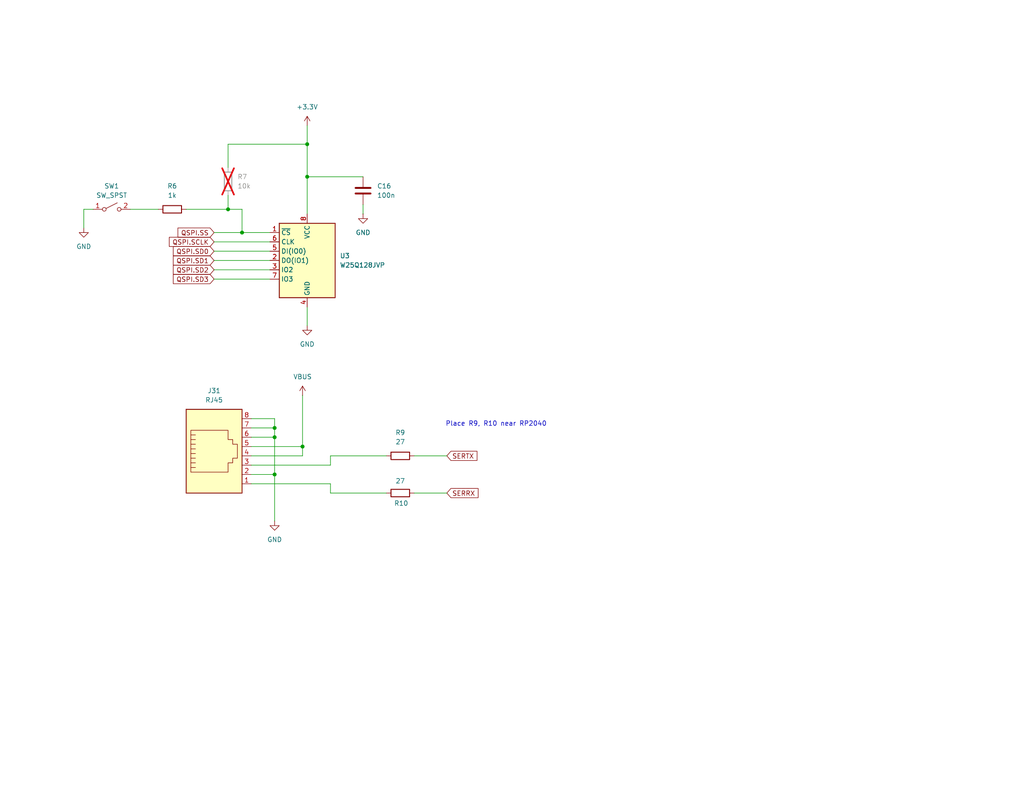
<source format=kicad_sch>
(kicad_sch (version 20231120) (generator "eeschema") (generator_version "8.0")
  (paper "A")
  (title_block (title "Jolt 2 - Left"))
  (lib_symbols
    (symbol "Connector:RJ45" (pin_names (offset 1.016))
      (property "Reference" "J" (at -5.08 13.97 0))
      (property "Value" "RJ45" (at 2.54 13.97 0))
      (symbol "RJ45_0_1"
        (polyline (pts (xy -5.08 4.445) (xy -6.35 4.445)))
        (polyline (pts (xy -5.08 5.715) (xy -6.35 5.715)))
        (polyline (pts (xy -6.35 -3.175) (xy -5.08 -3.175) (xy -5.08 -3.175)))
        (polyline (pts (xy -6.35 -1.905) (xy -5.08 -1.905) (xy -5.08 -1.905)))
        (polyline (pts (xy -6.35 -0.635) (xy -5.08 -0.635) (xy -5.08 -0.635)))
        (polyline (pts (xy -6.35 0.635) (xy -5.08 0.635) (xy -5.08 0.635)))
        (polyline (pts (xy -6.35 1.905) (xy -5.08 1.905) (xy -5.08 1.905)))
        (polyline (pts (xy -5.08 3.175) (xy -6.35 3.175) (xy -6.35 3.175)))
        (polyline (pts (xy -6.35 -4.445) (xy -6.35 6.985) (xy 3.81 6.985) (xy 3.81 4.445) (xy 5.08 4.445) (xy 5.08 3.175) (xy 6.35 3.175) (xy 6.35 -0.635) (xy 5.08 -0.635) (xy 5.08 -1.905) (xy 3.81 -1.905) (xy 3.81 -4.445) (xy -6.35 -4.445) (xy -6.35 -4.445)))
        (rectangle (start 7.62 12.7) (end -7.62 -10.16) (stroke (width 0.254)) (fill (type background)))
      )
      (symbol "RJ45_1_1"
        (pin passive line (at 10.16 -7.62 180) (length 2.54) (name "~") (number "1"))
        (pin passive line (at 10.16 -5.08 180) (length 2.54) (name "~") (number "2"))
        (pin passive line (at 10.16 -2.54 180) (length 2.54) (name "~") (number "3"))
        (pin passive line (at 10.16 0 180) (length 2.54) (name "~") (number "4"))
        (pin passive line (at 10.16 2.54 180) (length 2.54) (name "~") (number "5"))
        (pin passive line (at 10.16 5.08 180) (length 2.54) (name "~") (number "6"))
        (pin passive line (at 10.16 7.62 180) (length 2.54) (name "~") (number "7"))
        (pin passive line (at 10.16 10.16 180) (length 2.54) (name "~") (number "8"))
      )
    )
    (symbol "Device:C" (pin_numbers hide) (pin_names (offset 0.254))
      (property "Reference" "C" (at 0.635 2.54 0))
      (property "Value" "C" (at 0.635 -2.54 0))
      (symbol "C_0_1"
        (polyline (pts (xy -2.032 -0.762) (xy 2.032 -0.762)) (stroke (width 0.508)))
        (polyline (pts (xy -2.032 0.762) (xy 2.032 0.762)) (stroke (width 0.508)))
      )
      (symbol "C_1_1"
        (pin passive line (at 0 3.81 270) (length 2.794) (name "~") (number "1"))
        (pin passive line (at 0 -3.81 90) (length 2.794) (name "~") (number "2"))
      )
    )
    (symbol "Device:R" (pin_numbers hide) (pin_names (offset 0))
      (property "Reference" "R" (at 2.032 0 90))
      (property "Value" "R" (at 0 0 90))
      (symbol "R_0_1"
        (rectangle (start -1.016 -2.54) (end 1.016 2.54) (stroke (width 0.254)))
      )
      (symbol "R_1_1"
        (pin passive line (at 0 3.81 270) (length 1.27) (name "~") (number "1"))
        (pin passive line (at 0 -3.81 90) (length 1.27) (name "~") (number "2"))
      )
    )
    (symbol "Memory_Flash:W25Q128JVP"
      (property "Reference" "U" (at -6.35 11.43 0))
      (property "Value" "W25Q128JVP" (at 7.62 11.43 0))
      (symbol "W25Q128JVP_0_1"
        (rectangle (start -7.62 10.16) (end 7.62 -10.16) (stroke (width 0.254)) (fill (type background)))
      )
      (symbol "W25Q128JVP_1_1"
        (pin input line (at -10.16 7.62 0) (length 2.54) (name "~{CS}") (number "1"))
        (pin bidirectional line (at -10.16 0 0) (length 2.54) (name "DO(IO1)") (number "2"))
        (pin bidirectional line (at -10.16 -2.54 0) (length 2.54) (name "IO2") (number "3"))
        (pin power_in line (at 0 -12.7 90) (length 2.54) (name "GND") (number "4"))
        (pin bidirectional line (at -10.16 2.54 0) (length 2.54) (name "DI(IO0)") (number "5"))
        (pin input line (at -10.16 5.08 0) (length 2.54) (name "CLK") (number "6"))
        (pin bidirectional line (at -10.16 -5.08 0) (length 2.54) (name "IO3") (number "7"))
        (pin power_in line (at 0 12.7 270) (length 2.54) (name "VCC") (number "8"))
      )
    )
    (symbol "Switch:SW_SPST" (pin_names (offset 0) hide)
      (property "Reference" "SW" (at 0 3.175 0))
      (property "Value" "SW_SPST" (at 0 -2.54 0))
      (symbol "SW_SPST_0_0"
        (circle (center -2.032 0) (radius 0.508))
        (polyline (pts (xy -1.524 0.254) (xy 1.524 1.778)))
        (circle (center 2.032 0) (radius 0.508))
      )
      (symbol "SW_SPST_1_1"
        (pin passive line (at -5.08 0 0) (length 2.54) (name "A") (number "1"))
        (pin passive line (at 5.08 0 180) (length 2.54) (name "B") (number "2"))
      )
    )
    (symbol "power:+3.3V" (power) (pin_numbers hide) (pin_names (offset 0) hide)
      (property "Value" "+3.3V" (at 0 3.556 0))
      (symbol "+3.3V_0_1"
        (polyline (pts (xy -0.762 1.27) (xy 0 2.54)))
        (polyline (pts (xy 0 0) (xy 0 2.54)))
        (polyline (pts (xy 0 2.54) (xy 0.762 1.27)))
      )
      (symbol "+3.3V_1_1"
        (pin power_in line (at 0 0 90) (length 0) (name "~") (number "1"))
      )
    )
    (symbol "power:GND" (power) (pin_numbers hide) (pin_names (offset 0) hide)
      (property "Value" "GND" (at 0 -3.81 0))
      (symbol "GND_0_1"
        (polyline (pts (xy 0 0) (xy 0 -1.27) (xy 1.27 -1.27) (xy 0 -2.54) (xy -1.27 -1.27) (xy 0 -1.27)))
      )
      (symbol "GND_1_1"
        (pin power_in line (at 0 0 270) (length 0) (name "~") (number "1"))
      )
    )
    (symbol "power:VBUS" (power) (pin_numbers hide) (pin_names (offset 0) hide)
      (property "Value" "VBUS" (at 0 3.556 0))
      (symbol "VBUS_0_1"
        (polyline (pts (xy -0.762 1.27) (xy 0 2.54)))
        (polyline (pts (xy 0 0) (xy 0 2.54)))
        (polyline (pts (xy 0 2.54) (xy 0.762 1.27)))
      )
      (symbol "VBUS_1_1"
        (pin power_in line (at 0 0 90) (length 0) (name "~") (number "1"))
      )
    )
  )
  (junction (at 66.04 63.5))
  (junction (at 74.93 129.54))
  (junction (at 82.55 121.92))
  (junction (at 74.93 119.38))
  (junction (at 62.23 57.15))
  (junction (at 74.93 116.84))
  (junction (at 83.82 39.37))
  (junction (at 83.82 48.26))
  (wire (pts (xy 58.42 68.58) (xy 73.66 68.58)))
  (wire (pts (xy 113.03 124.46) (xy 121.92 124.46)))
  (wire (pts (xy 74.93 116.84) (xy 74.93 119.38)))
  (wire (pts (xy 74.93 129.54) (xy 74.93 142.24)))
  (wire (pts (xy 68.58 132.08) (xy 90.17 132.08)))
  (wire (pts (xy 68.58 129.54) (xy 74.93 129.54)))
  (wire (pts (xy 68.58 116.84) (xy 74.93 116.84)))
  (wire (pts (xy 68.58 121.92) (xy 82.55 121.92)))
  (wire (pts (xy 22.86 57.15) (xy 22.86 62.23)))
  (wire (pts (xy 83.82 48.26) (xy 99.06 48.26)))
  (wire (pts (xy 25.4 57.15) (xy 22.86 57.15)))
  (wire (pts (xy 90.17 134.62) (xy 105.41 134.62)))
  (wire (pts (xy 74.93 114.3) (xy 74.93 116.84)))
  (wire (pts (xy 68.58 114.3) (xy 74.93 114.3)))
  (wire (pts (xy 58.42 66.04) (xy 73.66 66.04)))
  (wire (pts (xy 58.42 76.2) (xy 73.66 76.2)))
  (wire (pts (xy 90.17 132.08) (xy 90.17 134.62)))
  (wire (pts (xy 90.17 127) (xy 90.17 124.46)))
  (wire (pts (xy 74.93 119.38) (xy 74.93 129.54)))
  (wire (pts (xy 62.23 45.72) (xy 62.23 39.37)))
  (wire (pts (xy 82.55 124.46) (xy 82.55 121.92)))
  (wire (pts (xy 68.58 124.46) (xy 82.55 124.46)))
  (wire (pts (xy 83.82 39.37) (xy 83.82 48.26)))
  (wire (pts (xy 66.04 57.15) (xy 66.04 63.5)))
  (wire (pts (xy 83.82 83.82) (xy 83.82 88.9)))
  (wire (pts (xy 83.82 48.26) (xy 83.82 58.42)))
  (wire (pts (xy 82.55 107.95) (xy 82.55 121.92)))
  (wire (pts (xy 58.42 71.12) (xy 73.66 71.12)))
  (wire (pts (xy 62.23 57.15) (xy 66.04 57.15)))
  (wire (pts (xy 50.8 57.15) (xy 62.23 57.15)))
  (wire (pts (xy 68.58 127) (xy 90.17 127)))
  (wire (pts (xy 66.04 63.5) (xy 73.66 63.5)))
  (wire (pts (xy 35.56 57.15) (xy 43.18 57.15)))
  (wire (pts (xy 62.23 39.37) (xy 83.82 39.37)))
  (wire (pts (xy 58.42 73.66) (xy 73.66 73.66)))
  (wire (pts (xy 68.58 119.38) (xy 74.93 119.38)))
  (wire (pts (xy 90.17 124.46) (xy 105.41 124.46)))
  (wire (pts (xy 62.23 53.34) (xy 62.23 57.15)))
  (wire (pts (xy 83.82 34.29) (xy 83.82 39.37)))
  (wire (pts (xy 99.06 55.88) (xy 99.06 58.42)))
  (wire (pts (xy 113.03 134.62) (xy 121.92 134.62)))
  (wire (pts (xy 58.42 63.5) (xy 66.04 63.5)))
  (text "Place R9, R10 near RP2040" (at 135.382 115.824 0) (effects (font (size 1.27 1.27))))
  (global_label "QSPI.SD2" (shape input) (at 58.42 73.66 180) (property "Intersheetrefs" "${INTERSHEET_REFS}" (effects (hide yes))))
  (global_label "QSPI.SS" (shape input) (at 58.42 63.5 180) (property "Intersheetrefs" "${INTERSHEET_REFS}" (effects (hide yes))))
  (global_label "QSPI.SD3" (shape input) (at 58.42 76.2 180) (property "Intersheetrefs" "${INTERSHEET_REFS}" (effects (hide yes))))
  (global_label "QSPI.SCLK" (shape input) (at 58.42 66.04 180) (property "Intersheetrefs" "${INTERSHEET_REFS}" (effects (hide yes))))
  (global_label "SERRX" (shape input) (at 121.92 134.62 0) (property "Intersheetrefs" "${INTERSHEET_REFS}" (effects (hide yes))))
  (global_label "QSPI.SD1" (shape input) (at 58.42 71.12 180) (property "Intersheetrefs" "${INTERSHEET_REFS}" (effects (hide yes))))
  (global_label "QSPI.SD0" (shape input) (at 58.42 68.58 180) (property "Intersheetrefs" "${INTERSHEET_REFS}" (effects (hide yes))))
  (global_label "SERTX" (shape input) (at 121.92 124.46 0) (property "Intersheetrefs" "${INTERSHEET_REFS}" (effects (hide yes))))
  (symbol (lib_id "Switch:SW_SPST") (at 30.48 57.15 0) (unit 1)
    (property "Reference" "SW1" (at 30.48 50.8 0))
    (property "Value" "SW_SPST" (at 30.48 53.34 0))
    (property "Footprint" "Button_Switch_SMD:SW_Push_1P1T_NO_CK_KMR2" (effects (hide yes)))
    (property "Description" "Single Pole Single Throw (SPST) switch" (effects (hide yes)))
  )
  (symbol (lib_id "Device:C") (at 99.06 52.07 0) (unit 1)
    (property "Reference" "C16" (at 102.87 50.7999 0) (effects (justify left)))
    (property "Value" "100n" (at 102.87 53.3399 0) (effects (justify left)))
    (property "Footprint" "Capacitor_SMD:C_0603_1608Metric" (effects (hide yes)))
    (property "Description" "Unpolarized capacitor" (effects (hide yes)))
  )
  (symbol (lib_id "power:GND") (at 74.93 142.24 0) (unit 1)
    (property "Reference" "#PWR028" (effects (hide yes)))
    (property "Value" "GND" (at 74.93 147.32 0))
    (property "Description" "Power symbol creates a global label with name \"GND\" , ground" (effects (hide yes)))
  )
  (symbol (lib_id "Memory_Flash:W25Q128JVP") (at 83.82 71.12 0) (unit 1)
    (property "Reference" "U3" (at 92.71 69.8499 0) (effects (justify left)))
    (property "Value" "W25Q128JVP" (at 92.71 72.3899 0) (effects (justify left)))
    (property "Footprint" "Package_SON:WSON-8-1EP_6x5mm_P1.27mm_EP3.4x4.3mm" (effects (hide yes)))
    (property "Datasheet" "https://www.winbond.com/resource-files/w25q128jv_dtr%20revc%2003272018%20plus.pdf" (effects (hide yes)))
    (property "Description" "128Mb Serial Flash Memory, Standard/Dual/Quad SPI, WSON-8" (effects (hide yes)))
  )
  (symbol (lib_id "Device:R") (at 109.22 124.46 90) (unit 1)
    (property "Reference" "R9" (at 109.22 118.11 90))
    (property "Value" "27" (at 109.22 120.65 90))
    (property "Footprint" "Resistor_SMD:R_0603_1608Metric_Pad0.98x0.95mm_HandSolder" (effects (hide yes)))
    (property "Description" "Resistor" (effects (hide yes)))
  )
  (symbol (lib_id "power:VBUS") (at 82.55 107.95 0) (unit 1)
    (property "Reference" "#PWR027" (effects (hide yes)))
    (property "Value" "VBUS" (at 82.55 102.87 0))
    (property "Description" "Power symbol creates a global label with name \"VBUS\"" (effects (hide yes)))
  )
  (symbol (lib_id "power:GND") (at 99.06 58.42 0) (unit 1)
    (property "Reference" "#PWR018" (effects (hide yes)))
    (property "Value" "GND" (at 99.06 63.5 0))
    (property "Description" "Power symbol creates a global label with name \"GND\" , ground" (effects (hide yes)))
  )
  (symbol (lib_id "power:+3.3V") (at 83.82 34.29 0) (unit 1)
    (property "Reference" "#PWR016" (effects (hide yes)))
    (property "Value" "+3.3V" (at 83.82 29.21 0))
    (property "Description" "Power symbol creates a global label with name \"+3.3V\"" (effects (hide yes)))
  )
  (symbol (lib_id "Device:R") (at 46.99 57.15 90) (unit 1)
    (property "Reference" "R6" (at 46.99 50.8 90))
    (property "Value" "1k" (at 46.99 53.34 90))
    (property "Footprint" "Resistor_SMD:R_0603_1608Metric" (effects (hide yes)))
    (property "Description" "Resistor" (effects (hide yes)))
  )
  (symbol (lib_id "Device:R") (at 109.22 134.62 90) (unit 1)
    (property "Reference" "R10" (at 109.474 137.414 90))
    (property "Value" "27" (at 109.22 131.318 90))
    (property "Footprint" "Resistor_SMD:R_0603_1608Metric_Pad0.98x0.95mm_HandSolder" (effects (hide yes)))
    (property "Description" "Resistor" (effects (hide yes)))
  )
  (symbol (lib_id "power:GND") (at 22.86 62.23 0) (unit 1)
    (property "Reference" "#PWR019" (effects (hide yes)))
    (property "Value" "GND" (at 22.86 67.31 0))
    (property "Description" "Power symbol creates a global label with name \"GND\" , ground" (effects (hide yes)))
  )
  (symbol (lib_id "Device:R") (at 62.23 49.53 180) (unit 1) (dnp yes)
    (property "Reference" "R7" (at 64.77 48.2599 0) (effects (justify right)))
    (property "Value" "10k" (at 64.77 50.7999 0) (effects (justify right)))
    (property "Footprint" "Resistor_SMD:R_0603_1608Metric" (effects (hide yes)))
    (property "Description" "Resistor" (effects (hide yes)))
  )
  (symbol (lib_id "power:GND") (at 83.82 88.9 0) (unit 1)
    (property "Reference" "#PWR017" (effects (hide yes)))
    (property "Value" "GND" (at 83.82 93.98 0))
    (property "Description" "Power symbol creates a global label with name \"GND\" , ground" (effects (hide yes)))
  )
  (symbol (lib_id "Connector:RJ45") (at 58.42 124.46 0) (unit 1)
    (property "Reference" "J31" (at 58.42 106.68 0))
    (property "Value" "RJ45" (at 58.42 109.22 0))
    (property "Footprint" "Connector_RJ:RJ45_Amphenol_54602-x08_Horizontal" (effects (hide yes)))
    (property "Description" "RJ connector, 8P8C (8 positions 8 connected)" (effects (hide yes)))
  )
)
</source>
